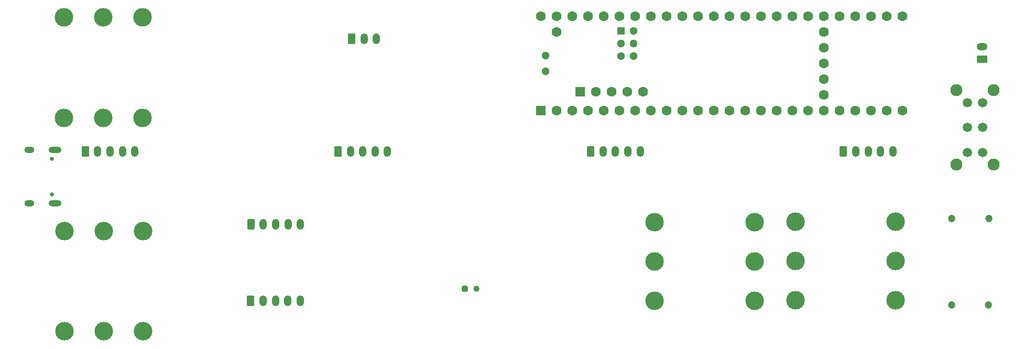
<source format=gbs>
%TF.GenerationSoftware,KiCad,Pcbnew,8.0.2*%
%TF.CreationDate,2024-10-21T17:53:16+02:00*%
%TF.ProjectId,teensyAudioMidi,7465656e-7379-4417-9564-696f4d696469,rev?*%
%TF.SameCoordinates,Original*%
%TF.FileFunction,Soldermask,Bot*%
%TF.FilePolarity,Negative*%
%FSLAX46Y46*%
G04 Gerber Fmt 4.6, Leading zero omitted, Abs format (unit mm)*
G04 Created by KiCad (PCBNEW 8.0.2) date 2024-10-21 17:53:16*
%MOMM*%
%LPD*%
G01*
G04 APERTURE LIST*
G04 Aperture macros list*
%AMRoundRect*
0 Rectangle with rounded corners*
0 $1 Rounding radius*
0 $2 $3 $4 $5 $6 $7 $8 $9 X,Y pos of 4 corners*
0 Add a 4 corners polygon primitive as box body*
4,1,4,$2,$3,$4,$5,$6,$7,$8,$9,$2,$3,0*
0 Add four circle primitives for the rounded corners*
1,1,$1+$1,$2,$3*
1,1,$1+$1,$4,$5*
1,1,$1+$1,$6,$7*
1,1,$1+$1,$8,$9*
0 Add four rect primitives between the rounded corners*
20,1,$1+$1,$2,$3,$4,$5,0*
20,1,$1+$1,$4,$5,$6,$7,0*
20,1,$1+$1,$6,$7,$8,$9,0*
20,1,$1+$1,$8,$9,$2,$3,0*%
G04 Aperture macros list end*
%ADD10RoundRect,0.250000X0.625000X-0.350000X0.625000X0.350000X-0.625000X0.350000X-0.625000X-0.350000X0*%
%ADD11O,1.750000X1.200000*%
%ADD12RoundRect,0.250000X-0.250000X-0.250000X0.250000X-0.250000X0.250000X0.250000X-0.250000X0.250000X0*%
%ADD13C,1.000000*%
%ADD14RoundRect,0.250000X-0.350000X-0.625000X0.350000X-0.625000X0.350000X0.625000X-0.350000X0.625000X0*%
%ADD15O,1.200000X1.750000*%
%ADD16C,0.650000*%
%ADD17O,2.100000X1.000000*%
%ADD18O,1.600000X1.000000*%
%ADD19C,3.000000*%
%ADD20C,1.200000*%
%ADD21C,1.500000*%
%ADD22C,1.950000*%
%ADD23R,1.600000X1.600000*%
%ADD24C,1.600000*%
%ADD25R,1.300000X1.300000*%
%ADD26C,1.300000*%
G04 APERTURE END LIST*
D10*
X186810000Y-33840000D03*
D11*
X186810000Y-31840000D03*
D12*
X103250000Y-70930000D03*
D13*
X105150000Y-70930000D03*
D14*
X164413334Y-48750000D03*
D15*
X166413334Y-48750000D03*
X168413334Y-48750000D03*
X170413334Y-48750000D03*
X172413334Y-48750000D03*
D14*
X68660000Y-72880000D03*
D15*
X70660000Y-72880000D03*
X72660000Y-72880000D03*
X74660000Y-72880000D03*
X76660000Y-72880000D03*
D16*
X36550000Y-49970000D03*
X36550000Y-55750000D03*
D17*
X37080000Y-48540000D03*
D18*
X32900000Y-48540000D03*
D17*
X37080000Y-57180000D03*
D18*
X32900000Y-57180000D03*
D14*
X41943334Y-48750000D03*
D15*
X43943334Y-48750000D03*
X45943334Y-48750000D03*
X47943334Y-48750000D03*
X49943334Y-48750000D03*
D14*
X84980000Y-30540000D03*
D15*
X86980000Y-30540000D03*
X88980000Y-30540000D03*
D14*
X68700000Y-60590000D03*
D15*
X70700000Y-60590000D03*
X72700000Y-60590000D03*
X74700000Y-60590000D03*
X76700000Y-60590000D03*
D19*
X150120000Y-66570000D03*
X133890000Y-66570000D03*
X150120000Y-72920000D03*
X133890000Y-72920000D03*
X150120000Y-60220000D03*
X133890000Y-60220000D03*
D20*
X187950000Y-59652500D03*
X181950000Y-59652500D03*
X187880000Y-73550000D03*
X181880000Y-73550000D03*
D19*
X44935000Y-77855000D03*
X44935000Y-61625000D03*
X38585000Y-77855000D03*
X38585000Y-61625000D03*
X51285000Y-77855000D03*
X51285000Y-61625000D03*
D14*
X82766667Y-48750000D03*
D15*
X84766667Y-48750000D03*
X86766667Y-48750000D03*
X88766667Y-48750000D03*
X90766667Y-48750000D03*
D21*
X186920000Y-48910000D03*
X186920000Y-44910000D03*
X186920000Y-40910000D03*
X184420000Y-40910000D03*
X184420000Y-44910000D03*
X184420000Y-48910000D03*
D22*
X188670000Y-50910000D03*
X182670000Y-50910000D03*
X188670000Y-38910000D03*
X182670000Y-38910000D03*
D19*
X172875000Y-66515000D03*
X156645000Y-66515000D03*
X172875000Y-72865000D03*
X156645000Y-72865000D03*
X172875000Y-60165000D03*
X156645000Y-60165000D03*
D14*
X123590000Y-48750000D03*
D15*
X125590000Y-48750000D03*
X127590000Y-48750000D03*
X129590000Y-48750000D03*
X131590000Y-48750000D03*
D23*
X115560000Y-42150000D03*
D24*
X118100000Y-42150000D03*
X120640000Y-42150000D03*
X123180000Y-42150000D03*
X125720000Y-42150000D03*
X128260000Y-42150000D03*
X130800000Y-42150000D03*
X133340000Y-42150000D03*
X135880000Y-42150000D03*
X138420000Y-42150000D03*
X140960000Y-42150000D03*
X143500000Y-42150000D03*
X146040000Y-42150000D03*
X148580000Y-42150000D03*
X151120000Y-42150000D03*
X153660000Y-42150000D03*
X156200000Y-42150000D03*
X158740000Y-42150000D03*
X161280000Y-42150000D03*
X163820000Y-42150000D03*
X166360000Y-42150000D03*
X168900000Y-42150000D03*
X171440000Y-42150000D03*
X173980000Y-42150000D03*
X173980000Y-26910000D03*
X171440000Y-26910000D03*
X168900000Y-26910000D03*
X166360000Y-26910000D03*
X163820000Y-26910000D03*
X161280000Y-26910000D03*
X158740000Y-26910000D03*
X156200000Y-26910000D03*
X153660000Y-26910000D03*
X151120000Y-26910000D03*
X148580000Y-26910000D03*
X146040000Y-26910000D03*
X143500000Y-26910000D03*
X140960000Y-26910000D03*
X138420000Y-26910000D03*
X135880000Y-26910000D03*
X133340000Y-26910000D03*
X130800000Y-26910000D03*
X128260000Y-26910000D03*
X125720000Y-26910000D03*
X123180000Y-26910000D03*
X120640000Y-26910000D03*
X118100000Y-26910000D03*
X115560000Y-26910000D03*
X118100000Y-29450000D03*
X161280000Y-39610000D03*
X161280000Y-37070000D03*
X161280000Y-34530000D03*
X161280000Y-31990000D03*
X161280000Y-29450000D03*
D23*
X121859200Y-39099200D03*
D24*
X124399200Y-39099200D03*
X126939200Y-39099200D03*
X129479200Y-39099200D03*
X132019200Y-39099200D03*
D25*
X128530000Y-29348400D03*
D26*
X128530000Y-31348400D03*
X128530000Y-33348400D03*
X130530000Y-33348400D03*
X130530000Y-31348400D03*
X130530000Y-29348400D03*
X116290000Y-33260000D03*
X116290000Y-35800000D03*
D19*
X44845000Y-43335000D03*
X44845000Y-27105000D03*
X38495000Y-43335000D03*
X38495000Y-27105000D03*
X51195000Y-43335000D03*
X51195000Y-27105000D03*
M02*

</source>
